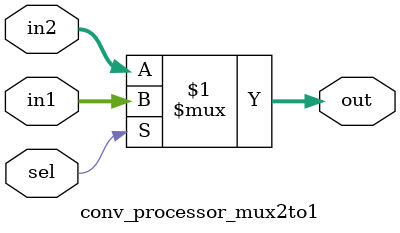
<source format=v>
module conv_processor_mux2to1 #(
		parameter DATA_WIDTH= 8
)(
		input wire [DATA_WIDTH-1:0] in1,
		input wire [DATA_WIDTH-1:0] in2,
		input wire  sel,
		output wire [DATA_WIDTH-1:0] out
	   
);

assign out=sel?in1:in2;

endmodule 
</source>
